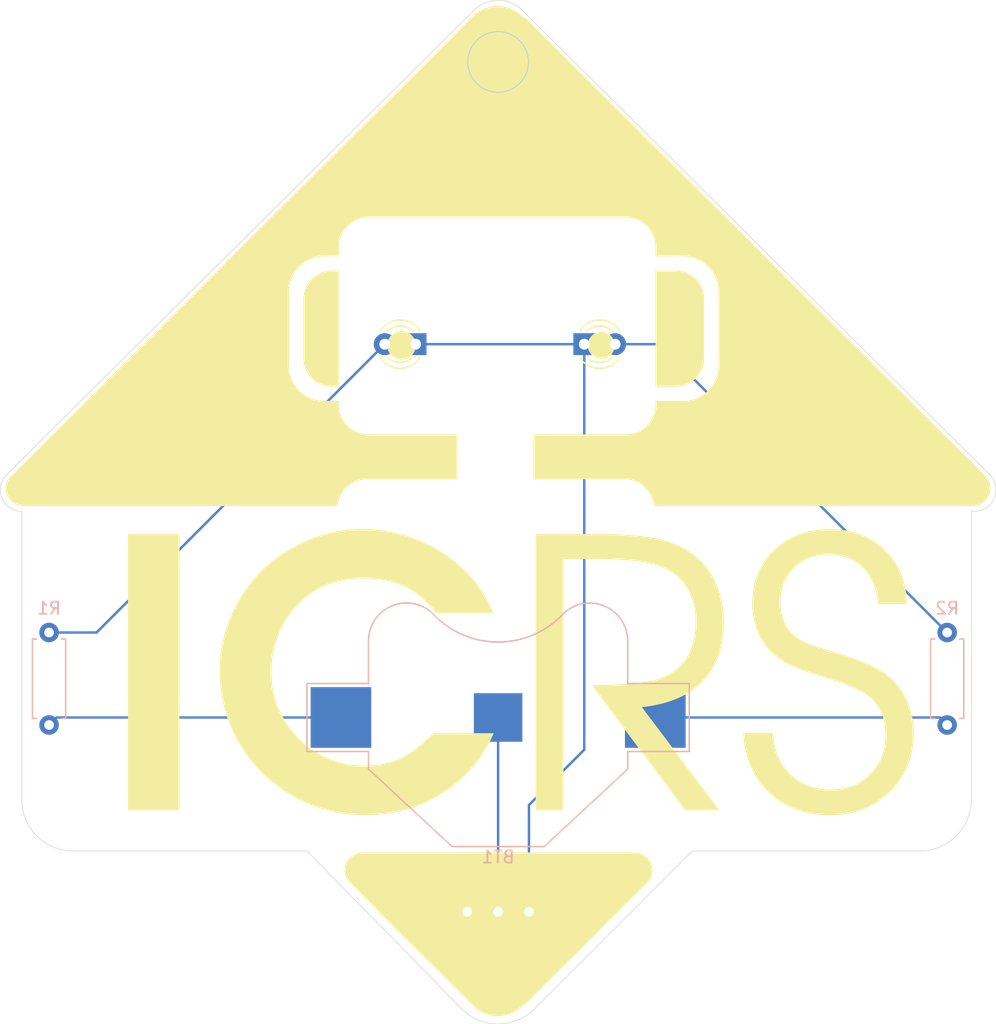
<source format=kicad_pcb>
(kicad_pcb (version 20241229) (generator "pcbnew") (generator_version "9.0")
  (layers (0 "F.Cu" signal) (2 "B.Cu" signal) (13 "F.Paste" user) (15 "B.Paste" user) (5 "F.SilkS" user "F.Silkscreen") (7 "B.SilkS" user "B.Silkscreen") (1 "F.Mask" user) (3 "B.Mask" user) (25 "Edge.Cuts" user))
  (net 0 "")
  (net 1 "/GND")
  (net 2 "/+3.3")
  (net 3 "Net-(D1-K)")
  (net 4 "Net-(D1-A)")
  (net 5 "Net-(D2-A)")
  (footprint "LED_THT:LED_D3.0mm" (layer "F.Cu") (at -6.8 -13.75 180)
    (property "Reference" "D1" (hide yes))
    (property "Value" "LED" (hide yes))
  )
  (footprint "Button_Switch_THT:SW_Slide-03_Wuerth-WS-SLTV_10x2.5x6.4_P2.54mm" (layer "F.Cu") (at 0 33 180)
    (property "Reference" "SW1")
    (property "Value" "SW_SPDT")
  )
  (footprint "LED_THT:LED_D3.0mm" (layer "F.Cu") (at 7.1 -13.75)
    (property "Reference" "D2" (hide yes))
    (property "Value" "LED" (hide yes))
  )
  (footprint "Battery:BatteryHolder_Multicomp_BC-2001_1x2032" (layer "B.Cu") (at 0 17 180)
    (property "Reference" "BT1")
    (property "Value" "Battery_Cell")
  )
  (footprint "Resistor_THT:R_Axial_DIN0207_L6.3mm_D2.5mm_P7.62mm_Horizontal" (layer "B.Cu") (at 37 10 -90)
    (property "Reference" "R2")
    (property "Value" "R")
  )
  (footprint "Resistor_THT:R_Axial_DIN0207_L6.3mm_D2.5mm_P7.62mm_Horizontal" (layer "B.Cu") (at -37 10 -90)
    (property "Reference" "R1")
    (property "Value" "R")
  )
  (gr_poly (pts (xy -13.123604 -10.2438) (xy -13.677245 -10.2438) (xy -13.799104 -10.246867) (xy -13.919362 -10.255969) (xy -14.037871 -10.270959) (xy -14.154482 -10.291687) (xy -14.269046 -10.318007) (xy -14.381415 -10.34977) (xy -14.491439 -10.386827) (xy -14.598971 -10.429031) (xy -14.703861 -10.476234) (xy -14.80596 -10.528288) (xy -14.90512 -10.585044) (xy -15.001192 -10.646355) (xy -15.094028 -10.712072) (xy -15.183478 -10.782048) (xy -15.269394 -10.856134) (xy -15.351627 -10.934182) (xy -15.430029 -11.016044) (xy -15.504451 -11.101572) (xy -15.574743 -11.190618) (xy -15.640758 -11.283034) (xy -15.702346 -11.378672) (xy -15.759359 -11.477383) (xy -15.811648 -11.57902) (xy -15.859065 -11.683435) (xy -15.90146 -11.790479) (xy -15.938685 -11.900005) (xy -15.970591 -12.011864) (xy -15.997029 -12.125908) (xy -16.017851 -12.241989) (xy -16.032909 -12.35996) (xy -16.042052 -12.479671) (xy -16.045133 -12.600975) (xy -16.045133 -17.462824) (xy -16.042052 -17.584104) (xy -16.03291 -17.703793) (xy -16.017855 -17.821742) (xy -15.997035 -17.937804) (xy -15.970599 -18.051829) (xy -15.938696 -18.163671) (xy -15.901475 -18.273181) (xy -15.859083 -18.38021) (xy -15.811671 -18.484612) (xy -15.759386 -18.586236) (xy -15.702377 -18.684937) (xy -15.640792 -18.780564) (xy -15.574782 -18.872971) (xy -15.504493 -18.962008) (xy -15.430075 -19.047529) (xy -15.351677 -19.129384) (xy -15.269446 -19.207426) (xy -15.183532 -19.281507) (xy -15.094084 -19.351478) (xy -15.00125 -19.417191) (xy -14.905178 -19.478499) (xy -14.806018 -19.535252) (xy -14.703918 -19.587304) (xy -14.599026 -19.634505) (xy -14.491492 -19.676708) (xy -14.381464 -19.713764) (xy -14.26909 -19.745526) (xy -14.15452 -19.771845) (xy -14.037902 -19.792573) (xy -13.919384 -19.807563) (xy -13.799116 -19.816665) (xy -13.677245 -19.819732) (xy -13.123604 -19.819732)) (fill yes) (layer "F.SilkS"))
  (gr_poly (pts (xy 27.63191 1.491418) (xy 27.970923 1.511334) (xy 28.301789 1.544525) (xy 28.624509 1.590994) (xy 28.939084 1.650739) (xy 29.245514 1.723761) (xy 29.5438 1.81006) (xy 29.833944 1.909635) (xy 30.115945 2.022487) (xy 30.389805 2.148616) (xy 30.655525 2.288021) (xy 30.913104 2.440703) (xy 31.162544 2.606662) (xy 31.403846 2.785898) (xy 31.637011 2.97841) (xy 31.862038 3.184199) (xy 32.076327 3.400794) (xy 32.277271 3.625723) (xy 32.464872 3.858988) (xy 32.639131 4.100589) (xy 32.800049 4.350527) (xy 32.947628 4.608802) (xy 33.081866 4.875415) (xy 33.202767 5.150367) (xy 33.310331 5.433657) (xy 33.404559 5.725288) (xy 33.485451 6.025258) (xy 33.553009 6.33357) (xy 33.607234 6.650223) (xy 33.648126 6.975218) (xy 33.675687 7.308556) (xy 33.689917 7.650237) (xy 31.303109 7.650237) (xy 31.28409 7.421912) (xy 31.257344 7.199347) (xy 31.222872 6.982541) (xy 31.180676 6.771493) (xy 31.130754 6.566202) (xy 31.073107 6.366667) (xy 31.007737 6.172888) (xy 30.934642 5.984862) (xy 30.853824 5.80259) (xy 30.765283 5.62607) (xy 30.669019 5.455301) (xy 30.565033 5.290283) (xy 30.453325 5.131013) (xy 30.333895 4.977492) (xy 30.206744 4.829718) (xy 30.071873 4.68769) (xy 29.930612 4.552978) (xy 29.784449 4.426952) (xy 29.633383 4.309611) (xy 29.477418 4.200958) (xy 29.316553 4.100993) (xy 29.150791 4.009716) (xy 28.980134 3.927129) (xy 28.804582 3.853231) (xy 28.624137 3.788025) (xy 28.438802 3.73151) (xy 28.248577 3.683688) (xy 28.053464 3.644559) (xy 27.853465 3.614124) (xy 27.64858 3.592384) (xy 27.438812 3.579339) (xy 27.224163 3.574991) (xy 27.01122 3.57937) (xy 26.803003 3.592508) (xy 26.59951 3.614402) (xy 26.400741 3.645052) (xy 26.206696 3.684457) (xy 26.017375 3.732614) (xy 25.832776 3.789524) (xy 25.6529 3.855185) (xy 25.477747 3.929596) (xy 25.307315 4.012755) (xy 25.141605 4.104662) (xy 24.980615 4.205315) (xy 24.824346 4.314714) (xy 24.672797 4.432856) (xy 24.525968 4.559741) (xy 24.383858 4.695368) (xy 24.248501 4.837793) (xy 24.121878 4.984974) (xy 24.003988 5.136911) (xy 23.894833 5.293602) (xy 23.79441 5.455049) (xy 23.702721 5.62125) (xy 23.619765 5.792205) (xy 23.545542 5.967913) (xy 23.480052 6.148375) (xy 23.423295 6.333589) (xy 23.375269 6.523556) (xy 23.335976 6.718274) (xy 23.305416 6.917744) (xy 23.283587 7.121966) (xy 23.270489 7.330938) (xy 23.266124 7.54466) (xy 23.26724 7.642166) (xy 23.270591 7.739071) (xy 23.276177 7.835378) (xy 23.284 7.931088) (xy 23.294062 8.026202) (xy 23.306364 8.120723) (xy 23.320908 8.214651) (xy 23.337695 8.307988) (xy 23.356727 8.400737) (xy 23.378005 8.492897) (xy 23.401532 8.584472) (xy 23.427308 8.675462) (xy 23.455334 8.765869) (xy 23.485614 8.855695) (xy 23.518147 8.944941) (xy 23.552936 9.033608) (xy 23.589608 9.120961) (xy 23.627938 9.206311) (xy 23.667926 9.28966) (xy 23.709572 9.371008) (xy 23.752876 9.450357) (xy 23.797836 9.527706) (xy 23.844452 9.603057) (xy 23.892725 9.676411) (xy 23.942654 9.747768) (xy 23.994238 9.817129) (xy 24.047477 9.884495) (xy 24.10237 9.949867) (xy 24.158918 10.013245) (xy 24.217119 10.07463) (xy 24.276975 10.134024) (xy 24.338483 10.191426) (xy 24.458749 10.287517) (xy 24.585391 10.380326) (xy 24.718411 10.469846) (xy 24.857811 10.556069) (xy 25.003591 10.638986) (xy 25.155754 10.718591) (xy 25.314302 10.794874) (xy 25.479235 10.867829) (xy 25.661264 10.942088) (xy 25.871398 11.021989) (xy 26.109634 11.107529) (xy 26.375975 11.198708) (xy 26.992967 11.397975) (xy 27.722372 11.619777) (xy 28.140027 11.745774) (xy 28.531968 11.867982) (xy 28.898194 11.986407) (xy 29.238699 12.101056) (xy 29.553482 12.211934) (xy 29.842539 12.319047) (xy 30.105868 12.422403) (xy 30.343465 12.522006) (xy 30.565586 12.621965) (xy 30.782782 12.726094) (xy 30.995055 12.83441) (xy 31.202403 12.946926) (xy 31.404828 13.06366) (xy 31.60233 13.184625) (xy 31.794908 13.309839) (xy 31.982564 13.439317) (xy 32.114729 13.54266) (xy 32.243186 13.649642) (xy 32.367936 13.760263) (xy 32.488979 13.874524) (xy 32.606315 13.992426) (xy 32.719944 14.11397) (xy 32.829868 14.239156) (xy 32.936086 14.367987) (xy 33.038599 14.500462) (xy 33.137407 14.636583) (xy 33.232511 14.77635) (xy 33.32391 14.919766) (xy 33.411606 15.06683) (xy 33.495599 15.217543) (xy 33.575889 15.371908) (xy 33.652476 15.529923) (xy 33.724756 15.690537) (xy 33.792369 15.852793) (xy 33.855317 16.016692) (xy 33.9136 16.182234) (xy 33.967217 16.349419) (xy 34.016171 16.518246) (xy 34.06046 16.688715) (xy 34.100085 16.860826) (xy 34.135047 17.034578) (xy 34.165346 17.209973) (xy 34.190983 17.387008) (xy 34.211957 17.565685) (xy 34.22827 17.746003) (xy 34.239922 17.927961) (xy 34.246912 18.11156) (xy 34.249243 18.296799) (xy 34.241567 18.655818) (xy 34.218543 19.007189) (xy 34.180169 19.350913) (xy 34.126449 19.686993) (xy 34.057384 20.015429) (xy 33.972974 20.336222) (xy 33.873221 20.649374) (xy 33.758127 20.954887) (xy 33.627693 21.252761) (xy 33.48192 21.542999) (xy 33.320809 21.825601) (xy 33.144362 22.100568) (xy 32.952581 22.367903) (xy 32.745466 22.627606) (xy 32.523019 22.879679) (xy 32.285241 23.124122) (xy 32.035797 23.35723) (xy 31.77845 23.575295) (xy 31.513198 23.778317) (xy 31.24004 23.966297) (xy 30.958977 24.139234) (xy 30.670008 24.297131) (xy 30.373132 24.439988) (xy 30.068348 24.567804) (xy 29.755656 24.680581) (xy 29.435056 24.778319) (xy 29.106546 24.861019) (xy 28.770126 24.928682) (xy 28.425796 24.981307) (xy 28.073555 25.018896) (xy 27.713402 25.041449) (xy 27.345337 25.048966) (xy 26.964567 25.041711) (xy 26.592641 25.019945) (xy 26.22956 24.983668) (xy 25.875325 24.932881) (xy 25.529936 24.867583) (xy 25.193395 24.787774) (xy 24.865702 24.693455) (xy 24.546859 24.584625) (xy 24.236867 24.461284) (xy 23.935726 24.323432) (xy 23.643437 24.171069) (xy 23.360002 24.004196) (xy 23.085421 23.822812) (xy 22.819696 23.626917) (xy 22.562826 23.416511) (xy 22.314814 23.191595) (xy 22.078195 22.954764) (xy 21.855501 22.708468) (xy 21.646732 22.452707) (xy 21.451887 22.187481) (xy 21.270967 21.912792) (xy 21.103971 21.62864) (xy 20.9509 21.335025) (xy 20.811754 21.031948) (xy 20.686532 20.719409) (xy 20.575235 20.39741) (xy 20.477863 20.06595) (xy 20.394415 19.725031) (xy 20.324892 19.374652) (xy 20.269293 19.014815) (xy 20.227619 18.645521) (xy 20.19987 18.266768) (xy 22.647265 18.266768) (xy 22.676112 18.531485) (xy 22.709958 18.784203) (xy 22.748793 19.024928) (xy 22.792606 19.253666) (xy 22.841387 19.470424) (xy 22.895123 19.675207) (xy 22.953804 19.868022) (xy 22.984996 19.959944) (xy 23.01742 20.048876) (xy 23.051389 20.135861) (xy 23.087316 20.222092) (xy 23.125202 20.307567) (xy 23.165043 20.392286) (xy 23.206839 20.476248) (xy 23.25059 20.559452) (xy 23.296293 20.641896) (xy 23.343947 20.72358) (xy 23.393552 20.804503) (xy 23.445106 20.884663) (xy 23.498607 20.964061) (xy 23.554056 21.042694) (xy 23.61145 21.120563) (xy 23.670788 21.197665) (xy 23.73207 21.274001) (xy 23.795294 21.349568) (xy 23.874038 21.442307) (xy 23.955439 21.532458) (xy 24.039498 21.620019) (xy 24.126214 21.70499) (xy 24.215587 21.787372) (xy 24.307617 21.867164) (xy 24.402304 21.944366) (xy 24.499648 22.018977) (xy 24.59965 22.090998) (xy 24.702308 22.160429) (xy 24.807624 22.227268) (xy 24.915597 22.291517) (xy 25.026226 22.353174) (xy 25.139513 22.41224) (xy 25.255457 22.468715) (xy 25.374058 22.522597) (xy 25.49436 22.573588) (xy 25.615552 22.621289) (xy 25.737634 22.6657) (xy 25.860607 22.706821) (xy 25.984472 22.744653) (xy 26.109229 22.779194) (xy 26.234878 22.810446) (xy 26.361419 22.838409) (xy 26.488853 22.863081) (xy 26.617181 22.884464) (xy 26.746403 22.902557) (xy 26.876518 22.917361) (xy 27.007528 22.928874) (xy 27.139433 22.937098) (xy 27.272233 22.942033) (xy 27.405928 22.943678) (xy 27.648689 22.938686) (xy 27.886085 22.923709) (xy 28.118117 22.898748) (xy 28.344783 22.863801) (xy 28.566084 22.818867) (xy 28.782019 22.763947) (xy 28.992587 22.69904) (xy 29.197789 22.624144) (xy 29.397623 22.53926) (xy 29.59209 22.444387) (xy 29.781189 22.339524) (xy 29.96492 22.224671) (xy 30.143282 22.099827) (xy 30.316275 21.964992) (xy 30.483898 21.820164) (xy 30.646151 21.665344) (xy 30.800689 21.5029) (xy 30.945264 21.335051) (xy 31.079874 21.161796) (xy 31.204519 20.983134) (xy 31.319198 20.799064) (xy 31.42391 20.609587) (xy 31.518654 20.4147) (xy 31.603429 20.214404) (xy 31.678234 20.008697) (xy 31.743068 19.797578) (xy 31.79793 19.581048) (xy 31.84282 19.359104) (xy 31.877735 19.131747) (xy 31.902676 18.898976) (xy 31.917642 18.660789) (xy 31.92263 18.417187) (xy 31.916612 18.15069) (xy 31.898557 17.892537) (xy 31.868465 17.642726) (xy 31.826337 17.401256) (xy 31.772171 17.168128) (xy 31.705967 16.943341) (xy 31.627726 16.726894) (xy 31.537447 16.518786) (xy 31.43513 16.319017) (xy 31.379457 16.222259) (xy 31.320775 16.127587) (xy 31.259082 16.034998) (xy 31.194381 15.944494) (xy 31.126669 15.856074) (xy 31.055948 15.769739) (xy 30.905476 15.603321) (xy 30.742966 15.445238) (xy 30.568416 15.295492) (xy 30.381826 15.15408) (xy 30.23863 15.060234) (xy 30.084817 14.966615) (xy 29.74534 14.780062) (xy 29.363393 14.59443) (xy 28.938975 14.409725) (xy 28.472086 14.225957) (xy 27.962722 14.043133) (xy 27.410883 13.861261) (xy 26.816567 13.680348) (xy 26.33684 13.529848) (xy 25.894614 13.386625) (xy 25.489895 13.250688) (xy 25.122691 13.122047) (xy 24.793011 13.000711) (xy 24.500862 12.886689) (xy 24.246251 12.779991) (xy 24.029187 12.680626) (xy 23.930509 12.631652) (xy 23.832714 12.580625) (xy 23.735803 12.527544) (xy 23.639775 12.472409) (xy 23.544629 12.415218) (xy 23.450367 12.355972) (xy 23.356987 12.29467) (xy 23.26449 12.231312) (xy 23.172875 12.165896) (xy 23.082141 12.098422) (xy 22.99229 12.028889) (xy 22.90332 11.957298) (xy 22.815231 11.883648) (xy 22.728024 11.807937) (xy 22.641697 11.730166) (xy 22.556251 11.650333) (xy 22.461316 11.560563) (xy 22.369094 11.467909) (xy 22.279585 11.372374) (xy 22.192791 11.273957) (xy 22.108712 11.17266) (xy 22.027347 11.068483) (xy 21.948698 10.961427) (xy 21.872764 10.851493) (xy 21.799547 10.738681) (xy 21.729046 10.622993) (xy 21.661262 10.504429) (xy 21.596196 10.382991) (xy 21.533847 10.258678) (xy 21.474216 10.131492) (xy 21.417303 10.001433) (xy 21.363109 9.868502) (xy 21.311859 9.733691) (xy 21.263922 9.597993) (xy 21.219298 9.461409) (xy 21.177985 9.323939) (xy 21.139982 9.185583) (xy 21.10529 9.046342) (xy 21.073906 8.906214) (xy 21.045829 8.765202) (xy 21.021059 8.623304) (xy 20.999595 8.480522) (xy 20.981436 8.336855) (xy 20.966581 8.192303) (xy 20.955029 8.046868) (xy 20.946778 7.900548) (xy 20.941828 7.753344) (xy 20.940179 7.605257) (xy 20.947172 7.274396) (xy 20.968151 6.950996) (xy 21.003116 6.635056) (xy 21.052066 6.326577) (xy 21.115 6.025558) (xy 21.191918 5.732) (xy 21.28282 5.445904) (xy 21.387703 5.167268) (xy 21.506569 4.896095) (xy 21.639417 4.632383) (xy 21.786245 4.376133) (xy 21.947053 4.127345) (xy 22.121841 3.88602) (xy 22.310608 3.652157) (xy 22.513354 3.425757) (xy 22.730078 3.20682) (xy 22.957648 2.998314) (xy 23.19283 2.803255) (xy 23.435624 2.621645) (xy 23.686031 2.453483) (xy 23.94405 2.298772) (xy 24.209682 2.15751) (xy 24.482927 2.029699) (xy 24.763785 1.91534) (xy 25.052257 1.814432) (xy 25.348342 1.726977) (xy 25.652041 1.652975) (xy 25.963354 1.592426) (xy 26.282281 1.545332) (xy 26.608823 1.511692) (xy 26.942979 1.491508) (xy 27.28475 1.48478)) (fill yes) (layer "F.SilkS"))
  (gr_circle (center -0.029691 -35.7) (end 3.2 -38) (stroke (width 0.1)) (fill no) (layer "F.SilkS"))
  (gr_poly (pts (xy 8.555679 -14.762501) (xy 8.612196 -14.758224) (xy 8.667892 -14.751181) (xy 8.722697 -14.741441) (xy 8.776541 -14.729074) (xy 8.829353 -14.714149) (xy 8.881065 -14.696736) (xy 8.931606 -14.676904) (xy 8.980905 -14.654723) (xy 9.028894 -14.630262) (xy 9.075501 -14.603591) (xy 9.120658 -14.574779) (xy 9.164294 -14.543896) (xy 9.206339 -14.511011) (xy 9.246724 -14.476193) (xy 9.285377 -14.439513) (xy 9.32223 -14.40104) (xy 9.357213 -14.360842) (xy 9.390255 -14.318991) (xy 9.421286 -14.275554) (xy 9.450237 -14.230602) (xy 9.477037 -14.184205) (xy 9.501617 -14.136431) (xy 9.523907 -14.08735) (xy 9.543836 -14.037032) (xy 9.561335 -13.985547) (xy 9.576334 -13.932962) (xy 9.588763 -13.879349) (xy 9.598552 -13.824777) (xy 9.60563 -13.769315) (xy 9.609928 -13.713032) (xy 9.611377 -13.655999) (xy 9.609928 -13.599001) (xy 9.60563 -13.542749) (xy 9.598552 -13.487313) (xy 9.588763 -13.432763) (xy 9.576334 -13.379168) (xy 9.561335 -13.326599) (xy 9.543836 -13.275125) (xy 9.523907 -13.224815) (xy 9.501617 -13.17574) (xy 9.477037 -13.127969) (xy 9.450237 -13.081572) (xy 9.421286 -13.036619) (xy 9.390255 -12.993178) (xy 9.357213 -12.951321) (xy 9.32223 -12.911116) (xy 9.285377 -12.872634) (xy 9.246724 -12.835944) (xy 9.206339 -12.801116) (xy 9.164294 -12.768219) (xy 9.120658 -12.737324) (xy 9.075501 -12.708499) (xy 9.028894 -12.681816) (xy 8.980905 -12.657343) (xy 8.931606 -12.635149) (xy 8.881065 -12.615306) (xy 8.829353 -12.597883) (xy 8.776541 -12.582948) (xy 8.722697 -12.570573) (xy 8.667892 -12.560826) (xy 8.612196 -12.553778) (xy 8.555679 -12.549498) (xy 8.49841 -12.548056) (xy 8.441117 -12.549498) (xy 8.384576 -12.553777) (xy 8.328858 -12.560823) (xy 8.274033 -12.570567) (xy 8.220171 -12.58294) (xy 8.167341 -12.597871) (xy 8.115613 -12.615291) (xy 8.065058 -12.635131) (xy 8.015745 -12.65732) (xy 7.967744 -12.681789) (xy 7.921125 -12.708468) (xy 7.875958 -12.737289) (xy 7.832313 -12.76818) (xy 7.790259 -12.801073) (xy 7.749868 -12.835897) (xy 7.711207 -12.872584) (xy 7.674349 -12.911063) (xy 7.639361 -12.951266) (xy 7.606315 -12.993121) (xy 7.57528 -13.03656) (xy 7.546326 -13.081513) (xy 7.519523 -13.12791) (xy 7.494941 -13.175682) (xy 7.47265 -13.224759) (xy 7.452719 -13.275071) (xy 7.435219 -13.32655) (xy 7.420219 -13.379124) (xy 7.40779 -13.432724) (xy 7.398002 -13.487282) (xy 7.390923 -13.542727) (xy 7.386625 -13.598989) (xy 7.385176 -13.655999) (xy 7.386625 -13.713032) (xy 7.390923 -13.769315) (xy 7.398002 -13.824777) (xy 7.40779 -13.879349) (xy 7.420219 -13.932962) (xy 7.435219 -13.985547) (xy 7.452719 -14.037032) (xy 7.47265 -14.08735) (xy 7.494941 -14.136431) (xy 7.519523 -14.184205) (xy 7.546326 -14.230602) (xy 7.57528 -14.275554) (xy 7.606315 -14.318991) (xy 7.639361 -14.360842) (xy 7.674349 -14.40104) (xy 7.711207 -14.439513) (xy 7.749868 -14.476193) (xy 7.790259 -14.511011) (xy 7.832313 -14.543896) (xy 7.875958 -14.574779) (xy 7.921125 -14.603591) (xy 7.967744 -14.630262) (xy 8.015745 -14.654723) (xy 8.065058 -14.676904) (xy 8.115613 -14.696736) (xy 8.167341 -14.714149) (xy 8.220171 -14.729074) (xy 8.274033 -14.741441) (xy 8.328858 -14.751181) (xy 8.384576 -14.758224) (xy 8.441117 -14.762501) (xy 8.49841 -14.763942)) (fill yes) (layer "F.SilkS"))
  (gr_poly (pts (xy 14.731882 -19.816932) (xy 14.852142 -19.80783) (xy 14.970654 -19.79284) (xy 15.087269 -19.772112) (xy 15.201839 -19.745792) (xy 15.314215 -19.714029) (xy 15.424247 -19.676972) (xy 15.531787 -19.634767) (xy 15.636686 -19.587564) (xy 15.738796 -19.535511) (xy 15.837967 -19.478754) (xy 15.93405 -19.417444) (xy 16.026897 -19.351727) (xy 16.11636 -19.281751) (xy 16.202288 -19.207665) (xy 16.284534 -19.129617) (xy 16.362948 -19.047755) (xy 16.437382 -18.962227) (xy 16.507686 -18.873181) (xy 16.573713 -18.780765) (xy 16.635313 -18.685127) (xy 16.692337 -18.586416) (xy 16.744636 -18.484779) (xy 16.792062 -18.380364) (xy 16.834466 -18.27332) (xy 16.871699 -18.163794) (xy 16.903613 -18.051935) (xy 16.930057 -17.937891) (xy 16.950884 -17.82181) (xy 16.965945 -17.703839) (xy 16.975091 -17.584128) (xy 16.978172 -17.462824) (xy 16.978172 -12.600975) (xy 16.975091 -12.479671) (xy 16.965945 -12.35996) (xy 16.950884 -12.241989) (xy 16.930057 -12.125908) (xy 16.903613 -12.011865) (xy 16.871699 -11.900007) (xy 16.834466 -11.790482) (xy 16.792062 -11.683439) (xy 16.744636 -11.579026) (xy 16.692337 -11.477391) (xy 16.635313 -11.378683) (xy 16.573713 -11.283048) (xy 16.507686 -11.190636) (xy 16.437382 -11.101594) (xy 16.362948 -11.016071) (xy 16.284534 -10.934215) (xy 16.202288 -10.856173) (xy 16.11636 -10.782095) (xy 16.026897 -10.712128) (xy 15.93405 -10.64642) (xy 15.837967 -10.585119) (xy 15.738796 -10.528374) (xy 15.636686 -10.476333) (xy 15.531787 -10.429143) (xy 15.424247 -10.386953) (xy 15.314215 -10.349911) (xy 15.201839 -10.318166) (xy 15.087269 -10.291865) (xy 14.970654 -10.271156) (xy 14.852142 -10.256187) (xy 14.731882 -10.247108) (xy 14.610022 -10.244065) (xy 12.970003 -10.244065) (xy 12.970003 -19.819999) (xy 14.610022 -19.819999)) (fill yes) (layer "F.SilkS"))
  (gr_poly (pts (xy -0.029691 -41.602079) (xy 0.008402 -41.601508) (xy 0.046557 -41.600577) (xy 0.077137 -41.599574) (xy 0.107743 -41.598324) (xy 0.138348 -41.596758) (xy 0.168928 -41.594809) (xy 0.205296 -41.591884) (xy 0.241591 -41.58853) (xy 0.277835 -41.584772) (xy 0.314053 -41.58063) (xy 0.34637 -41.576488) (xy 0.378513 -41.572007) (xy 0.410607 -41.567212) (xy 0.442776 -41.562123) (xy 0.477218 -41.556348) (xy 0.511663 -41.550167) (xy 0.546059 -41.543535) (xy 0.580357 -41.536408) (xy 0.613804 -41.528905) (xy 0.647115 -41.520907) (xy 0.68035 -41.512548) (xy 0.713571 -41.503964) (xy 0.746168 -41.495282) (xy 0.778676 -41.48642) (xy 0.81111 -41.477198) (xy 0.843481 -41.467435) (xy 0.877667 -41.456248) (xy 0.911779 -41.444452) (xy 0.945841 -41.432251) (xy 0.97988 -41.419848) (xy 1.040731 -41.397376) (xy 1.071034 -41.385713) (xy 1.086132 -41.379676) (xy 1.101188 -41.373464) (xy 1.118763 -41.366024) (xy 1.13627 -41.358334) (xy 1.171104 -41.342371) (xy 1.205739 -41.325912) (xy 1.240224 -41.309296) (xy 1.296186 -41.282529) (xy 1.324092 -41.268842) (xy 1.337961 -41.261775) (xy 1.351751 -41.254502) (xy 1.369805 -41.244629) (xy 1.38776 -41.234502) (xy 1.423435 -41.213646) (xy 1.458887 -41.192249) (xy 1.494225 -41.170626) (xy 1.518907 -41.155692) (xy 1.543638 -41.140915) (xy 1.56827 -41.125913) (xy 1.580502 -41.118208) (xy 1.592654 -41.110303) (xy 1.612055 -41.097163) (xy 1.631284 -41.083728) (xy 1.650368 -41.070039) (xy 1.669332 -41.056139) (xy 1.707007 -41.027874) (xy 1.744522 -40.999272) (xy 1.754278 -40.991953) (xy 1.764081 -40.984743) (xy 1.783714 -40.970462) (xy 1.793488 -40.963295) (xy 1.803197 -40.956046) (xy 1.812813 -40.948667) (xy 1.822308 -40.941111) (xy 1.850095 -40.918138) (xy 1.877683 -40.894813) (xy 1.90506 -40.871122) (xy 1.932212 -40.847051) (xy 1.959129 -40.822586) (xy 1.985797 -40.797712) (xy 2.012205 -40.772416) (xy 2.038339 -40.746683) (xy 2.053659 -40.73198) (xy 2.06881 -40.718498) (xy 2.083796 -40.706212) (xy 2.09862 -40.695099) (xy 2.113285 -40.685133) (xy 2.127792 -40.67629) (xy 2.142145 -40.668546) (xy 2.156347 -40.661877) (xy 2.170399 -40.656259) (xy 2.184305 -40.651667) (xy 2.198068 -40.648077) (xy 2.21169 -40.645464) (xy 2.225174 -40.643805) (xy 2.238522 -40.643075) (xy 2.251737 -40.643249) (xy 2.264823 -40.644304) (xy 40.110554 -2.971597) (xy 40.112671 -2.968871) (xy 40.114674 -2.966195) (xy 40.118431 -2.96095) (xy 40.125639 -2.950612) (xy 40.129481 -2.945362) (xy 40.131546 -2.942682) (xy 40.13374 -2.939952) (xy 40.136087 -2.937162) (xy 40.138613 -2.934303) (xy 40.14134 -2.931364) (xy 40.144295 -2.928336) (xy 40.196511 -2.873677) (xy 40.245358 -2.817066) (xy 40.290836 -2.758633) (xy 40.332945 -2.698508) (xy 40.371685 -2.636823) (xy 40.407055 -2.573706) (xy 40.439055 -2.509288) (xy 40.467685 -2.443699) (xy 40.492945 -2.37707) (xy 40.514834 -2.30953) (xy 40.533353 -2.24121) (xy 40.548502 -2.17224) (xy 40.560279 -2.10275) (xy 40.568686 -2.03287) (xy 40.573721 -1.96273) (xy 40.575385 -1.892461) (xy 40.573678 -1.822193) (xy 40.568599 -1.752056) (xy 40.560148 -1.68218) (xy 40.548325 -1.612695) (xy 40.533129 -1.543731) (xy 40.514562 -1.47542) (xy 40.492622 -1.40789) (xy 40.467309 -1.341272) (xy 40.438623 -1.275696) (xy 40.406565 -1.211293) (xy 40.371133 -1.148192) (xy 40.332328 -1.086524) (xy 40.290149 -1.026418) (xy 40.244596 -0.968006) (xy 40.19567 -0.911417) (xy 40.14337 -0.856781) (xy 40.092757 -0.808676) (xy 40.040456 -0.763429) (xy 39.986571 -0.721041) (xy 39.931204 -0.681511) (xy 39.87446 -0.644841) (xy 39.816442 -0.611029) (xy 39.757254 -0.580076) (xy 39.697 -0.551982) (xy 39.635783 -0.526746) (xy 39.573707 -0.504369) (xy 39.510876 -0.484851) (xy 39.447393 -0.468192) (xy 39.383362 -0.454391) (xy 39.318886 -0.443449) (xy 39.254071 -0.435365) (xy 39.189018 -0.430141) (xy 39.185839 -0.42992) (xy 39.182892 -0.42961) (xy 39.180159 -0.429216) (xy 39.177624 -0.428744) (xy 39.175269 -0.428201) (xy 39.173078 -0.427593) (xy 39.171035 -0.426926) (xy 39.169121 -0.426206) (xy 39.16732 -0.42544) (xy 39.165616 -0.424633) (xy 39.163991 -0.423792) (xy 39.162429 -0.422924) (xy 39.159425 -0.421127) (xy 39.156469 -0.419293) (xy 12.837175 -0.419293) (xy 12.82306 -0.534357) (xy 12.803668 -0.647716) (xy 12.779126 -0.759241) (xy 12.749561 -0.868805) (xy 12.7151 -0.97628) (xy 12.67587 -1.081539) (xy 12.631997 -1.184453) (xy 12.583609 -1.284895) (xy 12.530832 -1.382738) (xy 12.473793 -1.477853) (xy 12.412619 -1.570113) (xy 12.347437 -1.659391) (xy 12.278374 -1.745558) (xy 12.205556 -1.828487) (xy 12.129111 -1.908051) (xy 12.049165 -1.984121) (xy 11.965846 -2.05657) (xy 11.879279 -2.12527) (xy 11.789592 -2.190094) (xy 11.696912 -2.250913) (xy 11.601366 -2.307601) (xy 11.50308 -2.360029) (xy 11.402181 -2.40807) (xy 11.298796 -2.451596) (xy 11.193053 -2.49048) (xy 11.085077 -2.524593) (xy 10.974996 -2.553809) (xy 10.862937 -2.577999) (xy 10.749026 -2.597036) (xy 10.63339 -2.610791) (xy 10.516157 -2.619138) (xy 10.397452 -2.621949) (xy 2.914246 -2.621949) (xy 2.914246 -6.319635) (xy 10.514139 -6.319635) (xy 10.640473 -6.322816) (xy 10.765148 -6.332254) (xy 10.888011 -6.347798) (xy 11.008908 -6.369292) (xy 11.127684 -6.396584) (xy 11.244184 -6.429519) (xy 11.358256 -6.467944) (xy 11.469743 -6.511706) (xy 11.578493 -6.56065) (xy 11.68435 -6.614623) (xy 11.78716 -6.673472) (xy 11.88677 -6.737042) (xy 11.983025 -6.80518) (xy 12.07577 -6.877732) (xy 12.164852 -6.954545) (xy 12.250115 -7.035465) (xy 12.331407 -7.120338) (xy 12.408572 -7.20901) (xy 12.481456 -7.301329) (xy 12.549905 -7.397139) (xy 12.613765 -7.496289) (xy 12.672881 -7.598623) (xy 12.727099 -7.703988) (xy 12.776265 -7.812231) (xy 12.820225 -7.923198) (xy 12.858824 -8.036735) (xy 12.891907 -8.152688) (xy 12.919322 -8.270905) (xy 12.940913 -8.39123) (xy 12.956526 -8.513511) (xy 12.966007 -8.637594) (xy 12.969202 -8.763325) (xy 12.969202 -9.075005) (xy 15.221337 -9.075005) (xy 15.372928 -9.078821) (xy 15.52253 -9.090146) (xy 15.669956 -9.108796) (xy 15.815023 -9.134586) (xy 15.957545 -9.167332) (xy 16.097337 -9.206851) (xy 16.234213 -9.252957) (xy 16.367989 -9.305466) (xy 16.49848 -9.364194) (xy 16.6255 -9.428957) (xy 16.748865 -9.49957) (xy 16.868388 -9.575849) (xy 16.983886 -9.65761) (xy 17.095173 -9.744669) (xy 17.202063 -9.836841) (xy 17.304372 -9.933942) (xy 17.401915 -10.035787) (xy 17.494506 -10.142193) (xy 17.581961 -10.252976) (xy 17.664094 -10.367949) (xy 17.74072 -10.486931) (xy 17.811654 -10.609735) (xy 17.876712 -10.736179) (xy 17.935707 -10.866077) (xy 17.988454 -10.999245) (xy 18.034769 -11.1355) (xy 18.074467 -11.274656) (xy 18.107362 -11.41653) (xy 18.133269 -11.560937) (xy 18.152004 -11.707692) (xy 18.16338 -11.856613) (xy 18.167213 -12.007513) (xy 18.167213 -18.056154) (xy 18.16338 -18.207067) (xy 18.152004 -18.355997) (xy 18.133269 -18.502761) (xy 18.107362 -18.647176) (xy 18.074467 -18.789056) (xy 18.034769 -18.928217) (xy 17.988454 -19.064475) (xy 17.935707 -19.197646) (xy 17.876712 -19.327546) (xy 17.811654 -19.453991) (xy 17.74072 -19.576795) (xy 17.664094 -19.695776) (xy 17.581961 -19.810749) (xy 17.494506 -19.921529) (xy 17.401915 -20.027932) (xy 17.304372 -20.129775) (xy 17.202063 -20.226873) (xy 17.095173 -20.319041) (xy 16.983886 -20.406096) (xy 16.868388 -20.487853) (xy 16.748865 -20.564129) (xy 16.6255 -20.634738) (xy 16.49848 -20.699496) (xy 16.367989 -20.758221) (xy 16.234213 -20.810726) (xy 16.097337 -20.856828) (xy 15.957545 -20.896343) (xy 15.815023 -20.929087) (xy 15.669956 -20.954875) (xy 15.52253 -20.973523) (xy 15.372928 -20.984847) (xy 15.221337 -20.988662) (xy 12.969202 -20.988662) (xy 12.969202 -21.746164) (xy 12.966007 -21.87193) (xy 12.956526 -21.996043) (xy 12.940913 -22.11835) (xy 12.919322 -22.238698) (xy 12.891907 -22.356933) (xy 12.858824 -22.472902) (xy 12.820225 -22.58645) (xy 12.776265 -22.697426) (xy 12.727099 -22.805674) (xy 12.672881 -22.911042) (xy 12.613765 -23.013377) (xy 12.549905 -23.112524) (xy 12.481456 -23.208331) (xy 12.408572 -23.300644) (xy 12.331407 -23.38931) (xy 12.250115 -23.474174) (xy 12.164852 -23.555084) (xy 12.07577 -23.631886) (xy 11.983025 -23.704427) (xy 11.88677 -23.772553) (xy 11.78716 -23.836111) (xy 11.68435 -23.894947) (xy 11.578493 -23.948908) (xy 11.469743 -23.99784) (xy 11.358256 -24.04159) (xy 11.244184 -24.080005) (xy 11.127684 -24.112931) (xy 11.008908 -24.140214) (xy 10.888011 -24.161702) (xy 10.765148 -24.17724) (xy 10.640473 -24.186676) (xy 10.514139 -24.189855) (xy -10.669595 -24.189855) (xy -10.795917 -24.186676) (xy -10.920582 -24.17724) (xy -11.043435 -24.161702) (xy -11.164322 -24.140214) (xy -11.283089 -24.112931) (xy -11.399582 -24.080005) (xy -11.513645 -24.04159) (xy -11.625126 -23.99784) (xy -11.733869 -23.948908) (xy -11.83972 -23.894947) (xy -11.942525 -23.836111) (xy -12.04213 -23.772553) (xy -12.13838 -23.704427) (xy -12.231121 -23.631886) (xy -12.320199 -23.555084) (xy -12.40546 -23.474174) (xy -12.486748 -23.38931) (xy -12.56391 -23.300644) (xy -12.636792 -23.208331) (xy -12.70524 -23.112524) (xy -12.769098 -23.013377) (xy -12.828212 -22.911042) (xy -12.88243 -22.805674) (xy -12.931595 -22.697426) (xy -12.975554 -22.58645) (xy -13.014152 -22.472902) (xy -13.047235 -22.356933) (xy -13.07465 -22.238698) (xy -13.09624 -22.11835) (xy -13.111853 -21.996043) (xy -13.121334 -21.87193) (xy -13.124529 -21.746164) (xy -13.124529 -20.988662) (xy -14.290153 -20.988662) (xy -14.441732 -20.984847) (xy -14.591322 -20.973523) (xy -14.738738 -20.954875) (xy -14.883795 -20.929087) (xy -15.026307 -20.896343) (xy -15.16609 -20.856828) (xy -15.302959 -20.810726) (xy -15.436728 -20.758221) (xy -15.567211 -20.699496) (xy -15.694225 -20.634738) (xy -15.817584 -20.564129) (xy -15.937102 -20.487853) (xy -16.052595 -20.406096) (xy -16.163877 -20.319041) (xy -16.270764 -20.226873) (xy -16.37307 -20.129775) (xy -16.47061 -20.027932) (xy -16.563198 -19.921529) (xy -16.650651 -19.810749) (xy -16.732782 -19.695776) (xy -16.809406 -19.576795) (xy -16.880339 -19.453991) (xy -16.945395 -19.327546) (xy -17.004389 -19.197646) (xy -17.057136 -19.064475) (xy -17.10345 -18.928217) (xy -17.143147 -18.789056) (xy -17.176042 -18.647176) (xy -17.201949 -18.502761) (xy -17.220683 -18.355997) (xy -17.23206 -18.207067) (xy -17.235893 -18.056154) (xy -17.235893 -12.007513) (xy -17.23206 -11.856613) (xy -17.220683 -11.707692) (xy -17.201949 -11.560937) (xy -17.176042 -11.41653) (xy -17.143147 -11.274656) (xy -17.10345 -11.1355) (xy -17.057136 -10.999245) (xy -17.004389 -10.866077) (xy -16.945395 -10.736179) (xy -16.880339 -10.609735) (xy -16.809406 -10.486931) (xy -16.732782 -10.367949) (xy -16.650651 -10.252976) (xy -16.563198 -10.142193) (xy -16.47061 -10.035787) (xy -16.37307 -9.933942) (xy -16.270764 -9.836841) (xy -16.163877 -9.744669) (xy -16.052595 -9.65761) (xy -15.937102 -9.575849) (xy -15.817584 -9.49957) (xy -15.694225 -9.428957) (xy -15.567211 -9.364194) (xy -15.436728 -9.305466) (xy -15.302959 -9.252957) (xy -15.16609 -9.206851) (xy -15.026307 -9.167332) (xy -14.883795 -9.134586) (xy -14.738738 -9.108796) (xy -14.591322 -9.090146) (xy -14.441732 -9.078821) (xy -14.290153 -9.075005) (xy -13.124529 -9.075005) (xy -13.124529 -8.763325) (xy -13.121334 -8.637594) (xy -13.111853 -8.513511) (xy -13.09624 -8.39123) (xy -13.07465 -8.270905) (xy -13.047235 -8.152688) (xy -13.014152 -8.036735) (xy -12.975554 -7.923198) (xy -12.931595 -7.812231) (xy -12.88243 -7.703988) (xy -12.828212 -7.598623) (xy -12.769098 -7.496289) (xy -12.70524 -7.397139) (xy -12.636792 -7.301329) (xy -12.56391 -7.20901) (xy -12.486748 -7.120338) (xy -12.40546 -7.035465) (xy -12.320199 -6.954545) (xy -12.231121 -6.877732) (xy -12.13838 -6.80518) (xy -12.04213 -6.737042) (xy -11.942525 -6.673472) (xy -11.83972 -6.614623) (xy -11.733869 -6.56065) (xy -11.625126 -6.511706) (xy -11.513645 -6.467944) (xy -11.399582 -6.429519) (xy -11.283089 -6.396584) (xy -11.164322 -6.369292) (xy -11.043435 -6.347798) (xy -10.920582 -6.332254) (xy -10.795917 -6.322816) (xy -10.669595 -6.319635) (xy -3.354529 -6.319635) (xy -3.354529 -2.621687) (xy -10.788656 -2.621687) (xy -10.90736 -2.618876) (xy -11.024591 -2.61053) (xy -11.140223 -2.596776) (xy -11.254129 -2.577742) (xy -11.366183 -2.553555) (xy -11.476257 -2.524342) (xy -11.584226 -2.490232) (xy -11.689962 -2.451353) (xy -11.793338 -2.40783) (xy -11.894229 -2.359793) (xy -11.992507 -2.307369) (xy -12.088045 -2.250686) (xy -12.180717 -2.18987) (xy -12.270396 -2.12505) (xy -12.356956 -2.056353) (xy -12.440269 -1.983908) (xy -12.520209 -1.907841) (xy -12.596649 -1.82828) (xy -12.669463 -1.745352) (xy -12.738524 -1.659186) (xy -12.803704 -1.569909) (xy -12.864878 -1.477649) (xy -12.921919 -1.382533) (xy -12.9747 -1.284688) (xy -13.023094 -1.184243) (xy -13.066975 -1.081325) (xy -13.106215 -0.976062) (xy -13.140689 -0.868581) (xy -13.170268 -0.759009) (xy -13.194828 -0.647475) (xy -13.214241 -0.534107) (xy -13.228379 -0.41903) (xy -39.067891 -0.41903) (xy -39.069099 -0.420658) (xy -39.069736 -0.421455) (xy -39.070406 -0.422231) (xy -39.071113 -0.422981) (xy -39.071866 -0.423696) (xy -39.07267 -0.424371) (xy -39.073533 -0.424999) (xy -39.074461 -0.425572) (xy -39.075461 -0.426084) (xy -39.076539 -0.426528) (xy -39.07711 -0.426723) (xy -39.077702 -0.426898) (xy -39.078318 -0.427053) (xy -39.078958 -0.427186) (xy -39.079622 -0.427298) (xy -39.080312 -0.427386) (xy -39.081028 -0.427451) (xy -39.081771 -0.427491) (xy -39.082542 -0.427506) (xy -39.083343 -0.427494) (xy -39.155407 -0.428124) (xy -39.227372 -0.432245) (xy -39.2991 -0.439857) (xy -39.370451 -0.450961) (xy -39.441287 -0.465556) (xy -39.51147 -0.483642) (xy -39.58086 -0.505219) (xy -39.64932 -0.530287) (xy -39.71671 -0.558847) (xy -39.782892 -0.590898) (xy -39.847728 -0.62644) (xy -39.911078 -0.665473) (xy -39.972804 -0.707998) (xy -40.032767 -0.754014) (xy -40.090829 -0.803521) (xy -40.146851 -0.856519) (xy -40.191779 -0.903204) (xy -40.234216 -0.951329) (xy -40.274162 -1.000812) (xy -40.311619 -1.051572) (xy -40.346589 -1.103527) (xy -40.379073 -1.156598) (xy -40.409071 -1.210701) (xy -40.436585 -1.265756) (xy -40.484167 -1.378398) (xy -40.521828 -1.493872) (xy -40.549578 -1.611529) (xy -40.567426 -1.730718) (xy -40.575384 -1.850789) (xy -40.57346 -1.971092) (xy -40.561665 -2.090976) (xy -40.540009 -2.209793) (xy -40.508501 -2.326891) (xy -40.467151 -2.44162) (xy -40.415969 -2.55333) (xy -40.354966 -2.661371) (xy -2.094978 -40.746445) (xy -2.123421 -40.746445) (xy -2.06011 -40.807596) (xy -1.995426 -40.866413) (xy -1.929422 -40.922908) (xy -1.862153 -40.97709) (xy -1.793671 -41.02897) (xy -1.724031 -41.078558) (xy -1.653285 -41.125863) (xy -1.581487 -41.170897) (xy -1.508691 -41.21367) (xy -1.43495 -41.254191) (xy -1.360318 -41.292471) (xy -1.284848 -41.32852) (xy -1.208593 -41.362348) (xy -1.131608 -41.393966) (xy -1.053945 -41.423383) (xy -0.975658 -41.450611) (xy -0.96824 -41.453106) (xy -0.960857 -41.455699) (xy -0.946141 -41.461035) (xy -0.9314 -41.466326) (xy -0.923985 -41.468863) (xy -0.916523 -41.471279) (xy -0.894218 -41.477967) (xy -0.871855 -41.484358) (xy -0.826963 -41.496423) (xy -0.781872 -41.507813) (xy -0.736607 -41.518864) (xy -0.693646 -41.529679) (xy -0.672128 -41.534951) (xy -0.661327 -41.537435) (xy -0.650486 -41.539772) (xy -0.629533 -41.544048) (xy -0.608547 -41.548064) (xy -0.566497 -41.555454) (xy -0.524374 -41.562214) (xy -0.482212 -41.568612) (xy -0.430981 -41.576513) (xy -0.405342 -41.580204) (xy -0.379554 -41.583512) (xy -0.359654 -41.585736) (xy -0.339739 -41.587737) (xy -0.299849 -41.591173) (xy -0.25986 -41.594023) (xy -0.219747 -41.59649) (xy -0.162792 -41.599675) (xy -0.134353 -41.600952) (xy -0.10584 -41.601778) (xy -0.06776 -41.602199)) (fill yes) (layer "F.SilkS"))
  (gr_poly (pts (xy 9.298123 1.894781) (xy 9.829278 1.908347) (xy 10.341904 1.930958) (xy 10.836002 1.962613) (xy 11.311572 2.003313) (xy 11.768613 2.053056) (xy 12.207127 2.111845) (xy 12.627113 2.179677) (xy 13.028571 2.256554) (xy 13.411503 2.342476) (xy 13.775907 2.437442) (xy 14.121784 2.541452) (xy 14.449135 2.654507) (xy 14.757959 2.776606) (xy 15.048256 2.90775) (xy 15.320028 3.047938) (xy 15.517156 3.167009) (xy 15.708337 3.291006) (xy 15.893571 3.419931) (xy 16.072855 3.553783) (xy 16.246188 3.692563) (xy 16.413567 3.836271) (xy 16.57499 3.984906) (xy 16.730456 4.138469) (xy 16.879963 4.296961) (xy 17.023509 4.460382) (xy 17.161091 4.628731) (xy 17.292708 4.802009) (xy 17.418359 4.980216) (xy 17.53804 5.163353) (xy 17.651751 5.351419) (xy 17.759489 5.544414) (xy 17.861057 5.741944) (xy 17.956066 5.943461) (xy 18.044516 6.148965) (xy 18.126408 6.358458) (xy 18.201744 6.571938) (xy 18.270523 6.789407) (xy 18.332748 7.010865) (xy 18.388419 7.236311) (xy 18.437536 7.465745) (xy 18.480102 7.699169) (xy 18.516116 7.936582) (xy 18.545581 8.177985) (xy 18.568496 8.423377) (xy 18.584862 8.672759) (xy 18.594682 8.92613) (xy 18.597955 9.183492) (xy 18.591201 9.560117) (xy 18.57094 9.9268) (xy 18.537171 10.283544) (xy 18.489892 10.630352) (xy 18.429102 10.967225) (xy 18.354801 11.294166) (xy 18.266986 11.611177) (xy 18.165656 11.918261) (xy 18.050812 12.21542) (xy 17.92245 12.502656) (xy 17.780572 12.779971) (xy 17.625174 13.047369) (xy 17.456256 13.304851) (xy 17.273817 13.552419) (xy 17.077856 13.790076) (xy 16.868371 14.017825) (xy 16.646018 14.234985) (xy 16.411455 14.44092) (xy 16.164682 14.635632) (xy 15.905698 14.81912) (xy 15.634503 14.991385) (xy 15.351097 15.152426) (xy 15.05548 15.302245) (xy 14.747652 15.44084) (xy 14.427612 15.568214) (xy 14.09536 15.684364) (xy 13.750896 15.789293) (xy 13.394219 15.883) (xy 13.025331 15.965484) (xy 12.644229 16.036748) (xy 12.250915 16.09679) (xy 11.845387 16.145611) (xy 18.250555 24.642043) (xy 15.410384 24.642043) (xy 7.705978 14.326067) (xy 8.594342 14.319263) (xy 9.416637 14.298848) (xy 10.172864 14.264816) (xy 10.863023 14.217159) (xy 11.487114 14.155872) (xy 12.045138 14.080948) (xy 12.299375 14.038371) (xy 12.537094 13.992382) (xy 12.758298 13.94298) (xy 12.962984 13.890166) (xy 13.363627 13.757137) (xy 13.738417 13.602375) (xy 14.087356 13.425879) (xy 14.410444 13.227647) (xy 14.562294 13.120381) (xy 14.707682 13.00768) (xy 14.846607 12.889546) (xy 14.97907 12.765977) (xy 15.10507 12.636973) (xy 15.224608 12.502535) (xy 15.337684 12.362662) (xy 15.444298 12.217355) (xy 15.54445 12.066612) (xy 15.63814 11.910434) (xy 15.725369 11.748822) (xy 15.806135 11.581773) (xy 15.948283 11.231371) (xy 16.064584 10.859226) (xy 16.155039 10.465337) (xy 16.21965 10.049703) (xy 16.258416 9.612324) (xy 16.271337 9.153199) (xy 16.268884 8.959441) (xy 16.261523 8.769087) (xy 16.249258 8.582139) (xy 16.23209 8.398596) (xy 16.210021 8.218459) (xy 16.183052 8.041728) (xy 16.151186 7.868405) (xy 16.114423 7.698488) (xy 16.072767 7.531979) (xy 16.026217 7.368878) (xy 15.974777 7.209185) (xy 15.918448 7.052901) (xy 15.857232 6.900025) (xy 15.79113 6.75056) (xy 15.720145 6.604504) (xy 15.644277 6.461859) (xy 15.563823 6.323078) (xy 15.479177 6.188765) (xy 15.39034 6.05892) (xy 15.297313 5.933542) (xy 15.200096 5.812631) (xy 15.098691 5.696187) (xy 14.993097 5.58421) (xy 14.883316 5.476699) (xy 14.769347 5.373655) (xy 14.651191 5.275077) (xy 14.528849 5.180965) (xy 14.402322 5.091319) (xy 14.27161 5.006138) (xy 14.136713 4.925423) (xy 13.997633 4.849173) (xy 13.854369 4.777388) (xy 13.628452 4.677233) (xy 13.388851 4.58354) (xy 13.135565 4.496308) (xy 12.868594 4.415538) (xy 12.587936 4.341229) (xy 12.293591 4.273382) (xy 11.985556 4.211997) (xy 11.663833 4.157073) (xy 11.328418 4.10861) (xy 10.979313 4.06661) (xy 10.240023 4.001993) (xy 9.445955 3.963223) (xy 8.597101 3.9503) (xy 5.379499 3.9503) (xy 5.379499 24.642305) (xy 3.098525 24.642305) (xy 3.098525 1.890259) (xy 8.74844 1.890259)) (fill yes) (layer "F.SilkS"))
  (gr_poly (pts (xy -10.922851 1.486782) (xy -10.654667 1.495161) (xy -10.387726 1.509125) (xy -10.122026 1.528672) (xy -9.857569 1.5538) (xy -9.594353 1.584509) (xy -9.332378 1.620798) (xy -9.071644 1.662664) (xy -8.812149 1.710106) (xy -8.553895 1.763124) (xy -8.29688 1.821715) (xy -8.041104 1.885879) (xy -7.786567 1.955614) (xy -7.533268 2.030919) (xy -7.281207 2.111793) (xy -7.030383 2.198233) (xy -6.781744 2.28999) (xy -6.536236 2.386618) (xy -6.293858 2.488117) (xy -6.05461 2.594487) (xy -5.818492 2.705728) (xy -5.585502 2.82184) (xy -5.35564 2.942823) (xy -5.128906 3.068677) (xy -4.905299 3.199402) (xy -4.684818 3.334998) (xy -4.467463 3.475465) (xy -4.253232 3.620803) (xy -4.042127 3.771012) (xy -3.834145 3.926092) (xy -3.629287 4.086043) (xy -3.427552 4.250865) (xy -3.162171 4.483622) (xy -2.910039 4.715378) (xy -2.671147 4.946148) (xy -2.445485 5.175948) (xy -2.233044 5.404793) (xy -2.033815 5.632699) (xy -1.847788 5.85968) (xy -1.759722 5.972829) (xy -1.674954 6.085753) (xy -1.509052 6.319505) (xy -1.34363 6.569713) (xy -1.178683 6.836371) (xy -1.014205 7.119479) (xy -0.850192 7.419032) (xy -0.68664 7.735027) (xy -0.523545 8.067462) (xy -0.3609 8.416333) (xy -5.104216 8.416333) (xy -5.250626 8.231608) (xy -5.399044 8.053275) (xy -5.54947 7.881334) (xy -5.701902 7.715787) (xy -5.856341 7.556635) (xy -6.012784 7.403879) (xy -6.171233 7.257521) (xy -6.331685 7.11756) (xy -6.49414 6.984) (xy -6.658597 6.85684) (xy -6.825056 6.736082) (xy -6.993515 6.621727) (xy -7.163974 6.513776) (xy -7.336433 6.412231) (xy -7.510889 6.317092) (xy -7.687343 6.228361) (xy -7.867132 6.145508) (xy -8.051397 6.068) (xy -8.240136 5.995837) (xy -8.433353 5.929019) (xy -8.631046 5.867547) (xy -8.833218 5.81142) (xy -9.039868 5.760639) (xy -9.250998 5.715202) (xy -9.466608 5.675112) (xy -9.686699 5.640366) (xy -9.911273 5.610966) (xy -10.140329 5.586911) (xy -10.373868 5.568202) (xy -10.611892 5.554838) (xy -10.8544 5.54682) (xy -11.101395 5.544147) (xy -11.543244 5.5539) (xy -11.97364 5.583158) (xy -12.392583 5.63192) (xy -12.800073 5.700185) (xy -13.196112 5.787954) (xy -13.580699 5.895224) (xy -13.953834 6.021995) (xy -14.315519 6.168267) (xy -14.665754 6.334038) (xy -15.004538 6.519308) (xy -15.331873 6.724077) (xy -15.647758 6.948342) (xy -15.952194 7.192104) (xy -16.245182 7.455362) (xy -16.526722 7.738114) (xy -16.796814 8.040361) (xy -16.90493 8.167786) (xy -17.010153 8.298144) (xy -17.112482 8.431436) (xy -17.211917 8.567661) (xy -17.308457 8.706821) (xy -17.402103 8.848914) (xy -17.492854 8.993942) (xy -17.580709 9.141904) (xy -17.665668 9.292802) (xy -17.747731 9.446634) (xy -17.826897 9.603401) (xy -17.903166 9.763103) (xy -17.976537 9.925741) (xy -18.047011 10.091315) (xy -18.114586 10.259825) (xy -18.179263 10.43127) (xy -18.24056 10.604312) (xy -18.297898 10.777463) (xy -18.351278 10.950723) (xy -18.4007 11.124093) (xy -18.446165 11.297573) (xy -18.487674 11.471163) (xy -18.525227 11.644864) (xy -18.558824 11.818677) (xy -18.588467 11.992601) (xy -18.614156 12.166638) (xy -18.63589 12.340786) (xy -18.653672 12.515048) (xy -18.667501 12.689422) (xy -18.677379 12.863911) (xy -18.683305 13.038513) (xy -18.68528 13.213229) (xy -18.681268 13.47337) (xy -18.669231 13.731157) (xy -18.64917 13.986591) (xy -18.621083 14.239671) (xy -18.584972 14.490396) (xy -18.540835 14.738767) (xy -18.488673 14.984784) (xy -18.428485 15.228446) (xy -18.360271 15.469753) (xy -18.284031 15.708705) (xy -18.199765 15.945301) (xy -18.107473 16.179542) (xy -18.007154 16.411428) (xy -17.898808 16.640957) (xy -17.782435 16.868131) (xy -17.658035 17.092948) (xy -17.526751 17.313776) (xy -17.38968 17.528784) (xy -17.246821 17.737972) (xy -17.098174 17.941338) (xy -16.943742 18.138883) (xy -16.783523 18.330607) (xy -16.617519 18.516508) (xy -16.44573 18.696587) (xy -16.268157 18.870843) (xy -16.0848 19.039276) (xy -15.895661 19.201885) (xy -15.700739 19.35867) (xy -15.500035 19.509631) (xy -15.293551 19.654767) (xy -15.081285 19.794078) (xy -14.863239 19.927563) (xy -14.641089 20.054218) (xy -14.416458 20.172691) (xy -14.189346 20.282984) (xy -13.959754 20.385099) (xy -13.727681 20.479037) (xy -13.493128 20.5648) (xy -13.256094 20.642388) (xy -13.01658 20.711803) (xy -12.774586 20.773047) (xy -12.530111 20.82612) (xy -12.283155 20.871025) (xy -12.033719 20.907762) (xy -11.781802 20.936333) (xy -11.527405 20.956739) (xy -11.270528 20.968982) (xy -11.01117 20.973062) (xy -10.806735 20.970655) (xy -10.60494 20.963431) (xy -10.405786 20.951391) (xy -10.209276 20.934534) (xy -10.015411 20.91286) (xy -9.824192 20.886367) (xy -9.63562 20.855056) (xy -9.449699 20.818926) (xy -9.266428 20.777976) (xy -9.08581 20.732205) (xy -8.907846 20.681613) (xy -8.732538 20.6262) (xy -8.559887 20.565965) (xy -8.389895 20.500907) (xy -8.222563 20.431026) (xy -8.057893 20.356321) (xy -7.894191 20.27609) (xy -7.72971 20.189385) (xy -7.564454 20.096208) (xy -7.398422 19.99656) (xy -7.231616 19.890441) (xy -7.064036 19.777851) (xy -6.895684 19.658793) (xy -6.72656 19.533266) (xy -6.556666 19.401271) (xy -6.386002 19.262809) (xy -6.21457 19.11788) (xy -6.04237 18.966486) (xy -5.869403 18.808628) (xy -5.695671 18.644305) (xy -5.521174 18.473519) (xy -5.345913 18.29627) (xy -0.3609 18.29627) (xy -0.534848 18.680285) (xy -0.720537 19.054207) (xy -0.917967 19.418033) (xy -1.127137 19.771763) (xy -1.348049 20.115395) (xy -1.5807 20.448928) (xy -1.82509 20.77236) (xy -2.08122 21.085691) (xy -2.349089 21.388918) (xy -2.628696 21.68204) (xy -2.920042 21.965057) (xy -3.223125 22.237966) (xy -3.537945 22.500767) (xy -3.864502 22.753457) (xy -4.202796 22.996036) (xy -4.552826 23.228502) (xy -4.911399 23.448873) (xy -5.275225 23.65502) (xy -5.644304 23.846943) (xy -6.018635 24.024644) (xy -6.39822 24.188123) (xy -6.783058 24.337382) (xy -7.17315 24.472421) (xy -7.568496 24.593241) (xy -7.969095 24.699844) (xy -8.374949 24.79223) (xy -8.786057 24.8704) (xy -9.20242 24.934355) (xy -9.624037 24.984096) (xy -10.050909 25.019624) (xy -10.483036 25.040941) (xy -10.920418 25.048046) (xy -11.330775 25.041461) (xy -11.738529 25.021709) (xy -12.143681 24.988795) (xy -12.546234 24.942724) (xy -12.946188 24.8835) (xy -13.343546 24.811127) (xy -13.738308 24.725611) (xy -14.130477 24.626956) (xy -14.517422 24.516371) (xy -14.896609 24.394963) (xy -15.268028 24.262733) (xy -15.631673 24.119686) (xy -15.987535 23.965823) (xy -16.335607 23.801148) (xy -16.675881 23.625664) (xy -17.008349 23.439374) (xy -17.33373 23.242537) (xy -17.652746 23.035601) (xy -17.965393 22.818563) (xy -18.271669 22.59142) (xy -18.571569 22.354168) (xy -18.865091 22.106806) (xy -19.152232 21.849329) (xy -19.432989 21.581735) (xy -19.705203 21.306016) (xy -19.966812 21.02367) (xy -20.217817 20.734706) (xy -20.458218 20.439135) (xy -20.688015 20.136966) (xy -20.907208 19.828207) (xy -21.115797 19.512869) (xy -21.313782 19.19096) (xy -21.501062 18.862051) (xy -21.677734 18.525604) (xy -21.843793 18.181622) (xy -21.999234 17.830109) (xy -22.144052 17.471067) (xy -22.278243 17.104501) (xy -22.401802 16.730412) (xy -22.514725 16.348805) (xy -22.615605 15.962232) (xy -22.70304 15.573049) (xy -22.777027 15.181261) (xy -22.837566 14.786874) (xy -22.884655 14.389895) (xy -22.918291 13.990329) (xy -22.938474 13.588184) (xy -22.945203 13.183465) (xy -22.941547 12.887323) (xy -22.930579 12.592822) (xy -22.912297 12.299961) (xy -22.886701 12.008742) (xy -22.853789 11.719163) (xy -22.81356 11.431225) (xy -22.766012 11.144928) (xy -22.711146 10.860274) (xy -22.648959 10.57726) (xy -22.57945 10.295889) (xy -22.502618 10.01616) (xy -22.418463 9.738073) (xy -22.326982 9.461629) (xy -22.228175 9.186828) (xy -22.122041 8.913669) (xy -22.008578 8.642153) (xy -21.889045 8.373836) (xy -21.764555 8.110218) (xy -21.635105 7.851299) (xy -21.500697 7.597078) (xy -21.36133 7.347556) (xy -21.217002 7.102732) (xy -21.067715 6.862604) (xy -20.913466 6.627173) (xy -20.754257 6.396437) (xy -20.590087 6.170397) (xy -20.420955 5.949051) (xy -20.246861 5.7324) (xy -20.067804 5.520442) (xy -19.883784 5.313177) (xy -19.694802 5.110605) (xy -19.500855 4.912724) (xy -19.302113 4.719725) (xy -19.098643 4.531651) (xy -18.890447 4.348503) (xy -18.677527 4.170283) (xy -18.459882 3.996992) (xy -18.237515 3.828632) (xy -18.010427 3.665204) (xy -17.778618 3.506709) (xy -17.54209 3.353148) (xy -17.300845 3.204524) (xy -17.054882 3.060837) (xy -16.804204 2.922089) (xy -16.548811 2.788281) (xy -16.288705 2.659414) (xy -16.023887 2.53549) (xy -15.754358 2.41651) (xy -15.481647 2.303617) (xy -15.207283 2.198001) (xy -14.931265 2.099664) (xy -14.653593 2.008606) (xy -14.374266 1.924829) (xy -14.093284 1.848332) (xy -13.810645 1.779118) (xy -13.52635 1.717185) (xy -13.240398 1.662536) (xy -12.952787 1.615171) (xy -12.663519 1.575091) (xy -12.372591 1.542296) (xy -12.080003 1.516788) (xy -11.785756 1.498566) (xy -11.489847 1.487633) (xy -11.192278 1.483989)) (fill yes) (layer "F.SilkS"))
  (gr_poly (pts (xy -26.253816 24.642305) (xy -30.498937 24.642305) (xy -30.498937 1.890259) (xy -26.253816 1.890259)) (fill yes) (layer "F.SilkS"))
  (gr_circle (center -0.029691 -35.7) (end 0 -35.7) (stroke (width 0.1)) (fill no) (layer "F.SilkS"))
  (gr_poly (pts (xy 11.224418 28.11806) (xy 11.225484 28.118931) (xy 11.226618 28.119781) (xy 11.227835 28.120604) (xy 11.229151 28.121391) (xy 11.230584 28.122137) (xy 11.23215 28.122833) (xy 11.233864 28.123474) (xy 11.235743 28.124052) (xy 11.237803 28.12456) (xy 11.240062 28.124992) (xy 11.242534 28.125339) (xy 11.245236 28.125596) (xy 11.248184 28.125756) (xy 11.251396 28.12581) (xy 11.32204 28.127486) (xy 11.392548 28.132514) (xy 11.46279 28.140893) (xy 11.532635 28.152624) (xy 11.601954 28.167706) (xy 11.670617 28.18614) (xy 11.738493 28.207926) (xy 11.805453 28.233064) (xy 11.871366 28.261554) (xy 11.936103 28.293395) (xy 11.999533 28.328588) (xy 12.061527 28.367133) (xy 12.121954 28.409029) (xy 12.180685 28.454278) (xy 12.237589 28.502878) (xy 12.292537 28.55483) (xy 12.343565 28.608208) (xy 12.391357 28.663438) (xy 12.435913 28.720399) (xy 12.477235 28.778971) (xy 12.515324 28.839033) (xy 12.550182 28.900465) (xy 12.58181 28.963147) (xy 12.61021 29.026958) (xy 12.635384 29.091778) (xy 12.657332 29.157486) (xy 12.676056 29.223962) (xy 12.691558 29.291087) (xy 12.703839 29.358738) (xy 12.712901 29.426796) (xy 12.718745 29.495141) (xy 12.721373 29.563652) (xy 12.720786 29.632209) (xy 12.716985 29.700691) (xy 12.709972 29.768978) (xy 12.699749 29.836949) (xy 12.686317 29.904485) (xy 12.669677 29.971465) (xy 12.649832 30.037768) (xy 12.626781 30.103274) (xy 12.600528 30.167862) (xy 12.571073 30.231413) (xy 12.538418 30.293806) (xy 12.502565 30.35492) (xy 12.463514 30.414635) (xy 12.421267 30.472831) (xy 12.375827 30.529387) (xy 12.327193 30.584183) (xy 2.203573 40.661502) (xy 2.191859 40.66444) (xy 2.180288 40.667612) (xy 2.168869 40.671034) (xy 2.157612 40.674721) (xy 2.146526 40.678691) (xy 2.135621 40.682959) (xy 2.124907 40.687543) (xy 2.114392 40.692457) (xy 2.104087 40.697718) (xy 2.094 40.703343) (xy 2.084142 40.709347) (xy 2.074522 40.715748) (xy 2.065149 40.722561) (xy 2.056034 40.729802) (xy 2.047184 40.737488) (xy 2.038611 40.745635) (xy 1.941322 40.838224) (xy 1.84092 40.925514) (xy 1.737589 41.007507) (xy 1.631512 41.084203) (xy 1.52287 41.155604) (xy 1.411847 41.221709) (xy 1.298626 41.282519) (xy 1.18339 41.338036) (xy 1.066321 41.388259) (xy 0.947602 41.43319) (xy 0.705947 41.507178) (xy 0.459886 41.560005) (xy 0.210882 41.591677) (xy -0.039603 41.6022) (xy -0.290105 41.59158) (xy -0.539163 41.559822) (xy -0.785314 41.506932) (xy -1.027095 41.432916) (xy -1.14589 41.387987) (xy -1.263044 41.33778) (xy -1.378375 41.282293) (xy -1.491699 41.221529) (xy -1.602834 41.155488) (xy -1.711596 41.08417) (xy -12.226666 30.61686) (xy -12.278084 30.562174) (xy -12.326171 30.505579) (xy -12.370929 30.447203) (xy -12.412357 30.387175) (xy -12.450455 30.325622) (xy -12.485221 30.262673) (xy -12.516657 30.198455) (xy -12.544762 30.133096) (xy -12.569535 30.066724) (xy -12.590976 29.999467) (xy -12.609084 29.931453) (xy -12.623861 29.86281) (xy -12.635305 29.793665) (xy -12.643415 29.724148) (xy -12.648192 29.654385) (xy -12.649636 29.584504) (xy -12.647746 29.514634) (xy -12.642522 29.444902) (xy -12.633963 29.375437) (xy -12.622069 29.306366) (xy -12.60684 29.237817) (xy -12.588276 29.169919) (xy -12.566377 29.102798) (xy -12.541141 29.036583) (xy -12.512569 28.971402) (xy -12.480661 28.907383) (xy -12.445416 28.844654) (xy -12.406833 28.783342) (xy -12.364914 28.723576) (xy -12.319656 28.665483) (xy -12.271061 28.609192) (xy -12.219127 28.55483) (xy -12.163304 28.502088) (xy -12.105462 28.452803) (xy -12.045738 28.406976) (xy -11.98427 28.364607) (xy -11.921193 28.325697) (xy -11.856644 28.290246) (xy -11.79076 28.258254) (xy -11.723678 28.229723) (xy -11.655534 28.204651) (xy -11.586464 28.183041) (xy -11.516606 28.164891) (xy -11.446095 28.150203) (xy -11.375069 28.138977) (xy -11.303665 28.131213) (xy -11.232018 28.126911) (xy -11.160265 28.126073) (xy -11.156605 28.126068) (xy -11.153158 28.12596) (xy -11.149916 28.125754) (xy -11.146869 28.125453) (xy -11.144009 28.125063) (xy -11.141325 28.124589) (xy -11.138809 28.124036) (xy -11.136451 28.123408) (xy -11.134242 28.12271) (xy -11.132172 28.121948) (xy -11.130232 28.121125) (xy -11.128414 28.120248) (xy -11.126707 28.11932) (xy -11.125103 28.118346) (xy -11.123591 28.117333) (xy -11.122163 28.116283) (xy 11.222423 28.116283)) (fill yes) (layer "F.SilkS"))
  (gr_poly (pts (xy -7.896583 -14.827239) (xy -7.836746 -14.822708) (xy -7.777779 -14.815247) (xy -7.719757 -14.804929) (xy -7.662753 -14.791829) (xy -7.606842 -14.776019) (xy -7.552097 -14.757576) (xy -7.498593 -14.736571) (xy -7.446403 -14.713079) (xy -7.395602 -14.687174) (xy -7.346263 -14.65893) (xy -7.29846 -14.62842) (xy -7.252268 -14.595719) (xy -7.207761 -14.5609) (xy -7.165012 -14.524037) (xy -7.124095 -14.485204) (xy -7.085085 -14.444476) (xy -7.048055 -14.401925) (xy -7.01308 -14.357626) (xy -6.980234 -14.311653) (xy -6.949589 -14.264079) (xy -6.921222 -14.214978) (xy -6.895204 -14.164425) (xy -6.871612 -14.112493) (xy -6.850517 -14.059256) (xy -6.831995 -14.004788) (xy -6.81612 -13.949163) (xy -6.802965 -13.892454) (xy -6.792605 -13.834736) (xy -6.785113 -13.776082) (xy -6.780563 -13.716567) (xy -6.779031 -13.656264) (xy -6.780563 -13.595913) (xy -6.785113 -13.536354) (xy -6.792605 -13.47766) (xy -6.802965 -13.419906) (xy -6.81612 -13.363164) (xy -6.831995 -13.307508) (xy -6.850517 -13.253012) (xy -6.871612 -13.199751) (xy -6.895204 -13.147797) (xy -6.921222 -13.097225) (xy -6.949589 -13.048107) (xy -6.980234 -13.000519) (xy -7.01308 -12.954533) (xy -7.048055 -12.910223) (xy -7.085085 -12.867664) (xy -7.124095 -12.826928) (xy -7.165012 -12.78809) (xy -7.207761 -12.751223) (xy -7.252268 -12.716401) (xy -7.29846 -12.683698) (xy -7.346263 -12.653188) (xy -7.395602 -12.624944) (xy -7.446403 -12.599039) (xy -7.498593 -12.575549) (xy -7.552097 -12.554545) (xy -7.606842 -12.536103) (xy -7.662753 -12.520296) (xy -7.719757 -12.507198) (xy -7.777779 -12.496882) (xy -7.836746 -12.489422) (xy -7.896583 -12.484892) (xy -7.957216 -12.483366) (xy -8.017814 -12.484892) (xy -8.077619 -12.489422) (xy -8.136556 -12.496882) (xy -8.194551 -12.507198) (xy -8.25153 -12.520296) (xy -8.30742 -12.536103) (xy -8.362145 -12.554545) (xy -8.415633 -12.575549) (xy -8.467808 -12.599039) (xy -8.518596 -12.624944) (xy -8.567924 -12.653188) (xy -8.615717 -12.683698) (xy -8.661902 -12.716401) (xy -8.706403 -12.751223) (xy -8.749147 -12.78809) (xy -8.790061 -12.826928) (xy -8.829068 -12.867664) (xy -8.866097 -12.910223) (xy -8.901072 -12.954533) (xy -8.933919 -13.000519) (xy -8.964564 -13.048107) (xy -8.992934 -13.097225) (xy -9.018953 -13.147797) (xy -9.042549 -13.199751) (xy -9.063645 -13.253012) (xy -9.08217 -13.307508) (xy -9.098048 -13.363164) (xy -9.111205 -13.419906) (xy -9.121568 -13.47766) (xy -9.129061 -13.536354) (xy -9.133612 -13.595913) (xy -9.135145 -13.656264) (xy -9.133612 -13.71659) (xy -9.129064 -13.776126) (xy -9.121574 -13.834797) (xy -9.111216 -13.89253) (xy -9.098064 -13.949251) (xy -9.082193 -14.004886) (xy -9.063675 -14.059362) (xy -9.042586 -14.112605) (xy -9.018998 -14.164541) (xy -8.992987 -14.215096) (xy -8.964626 -14.264196) (xy -8.933989 -14.311769) (xy -8.90115 -14.35774) (xy -8.866182 -14.402035) (xy -8.829161 -14.444581) (xy -8.79016 -14.485304) (xy -8.749252 -14.52413) (xy -8.706513 -14.560985) (xy -8.662015 -14.595796) (xy -8.615833 -14.62849) (xy -8.568041 -14.658991) (xy -8.518713 -14.687227) (xy -8.467923 -14.713124) (xy -8.415744 -14.736608) (xy -8.362251 -14.757605) (xy -8.307518 -14.776042) (xy -8.251619 -14.791845) (xy -8.194627 -14.80494) (xy -8.136617 -14.815253) (xy -8.077663 -14.822711) (xy -8.017838 -14.82724) (xy -7.957216 -14.828766)) (fill yes) (layer "F.SilkS"))
  (gr_circle (center -0.029691 -35.7) (end 3.2 -38.1) (stroke (width 0.1)) (fill no) (layer "F.SilkS"))
  (gr_circle (center 0 -37) (end 2.5 -37) (stroke (width 0.1)) (fill no) (layer "Edge.Cuts"))
  (gr_arc (start -2 -41.25) (mid 0 -42.078427) (end 2 -41.25) (stroke (width 0.05)) (layer "Edge.Cuts"))
  (gr_line (start -39.25 0.017767) (end -39.25 23.750001) (stroke (width 0.05)) (layer "Edge.Cuts"))
  (gr_arc (start 3 41) (mid 0 42.242641) (end -3 41) (stroke (width 0.05)) (layer "Edge.Cuts"))
  (gr_arc (start 39 23.75) (mid 37.755204 26.755204) (end 34.75 28) (stroke (width 0.05)) (layer "Edge.Cuts"))
  (gr_line (start 34.75 28) (end 16 28) (stroke (width 0.05)) (layer "Edge.Cuts"))
  (gr_line (start 39 23.75) (end 39 0) (stroke (width 0.05)) (layer "Edge.Cuts"))
  (gr_arc (start -35 28) (mid -38.005204 26.755204) (end -39.25 23.75) (stroke (width 0.05)) (layer "Edge.Cuts"))
  (gr_line (start 2 -41.249999) (end 40.5 -2.999998) (stroke (width 0.05)) (layer "Edge.Cuts"))
  (gr_line (start -35 28) (end -15.75 28) (stroke (width 0.05)) (layer "Edge.Cuts"))
  (gr_line (start -3 41) (end -15.75 28) (stroke (width 0.05)) (layer "Edge.Cuts"))
  (gr_arc (start 40.5 -3) (mid 40.831139 -0.959431) (end 39 0) (stroke (width 0.05)) (layer "Edge.Cuts"))
  (gr_line (start 16 28) (end 3 41) (stroke (width 0.05)) (layer "Edge.Cuts"))
  (gr_line (start -40.5 -3) (end -2 -41.249999) (stroke (width 0.05)) (layer "Edge.Cuts"))
  (gr_arc (start -39.25 0.017767) (mid -40.883204 -1.073505) (end -40.5 -3) (stroke (width 0.05)) (layer "Edge.Cuts"))
  (segment (start 0 33) (end 0 17) (width 0.2) (layer "B.Cu") (net 1))
  (segment (start -36.38 17) (end -37 17.62) (width 0.2) (layer "B.Cu") (net 2))
  (segment (start 36.38 17) (end 37 17.62) (width 0.2) (layer "B.Cu") (net 2))
  (segment (start -12.95 17) (end -36.38 17) (width 0.2) (layer "B.Cu") (net 2))
  (segment (start 12.95 17) (end 36.38 17) (width 0.2) (layer "B.Cu") (net 2))
  (segment (start -6.8 -13.75) (end 7.1 -13.75) (width 0.2) (layer "B.Cu") (net 3))
  (segment (start 2.54 33) (end 2.54 24.21) (width 0.2) (layer "B.Cu") (net 3))
  (segment (start 7.1 19.65) (end 7.1 -13.75) (width 0.2) (layer "B.Cu") (net 3))
  (segment (start 2.54 24.21) (end 7.1 19.65) (width 0.2) (layer "B.Cu") (net 3))
  (segment (start -37 10) (end -33.09 10) (width 0.2) (layer "B.Cu") (net 4))
  (segment (start -33.09 10) (end -9.34 -13.75) (width 0.2) (layer "B.Cu") (net 4))
  (segment (start 13.25 -13.75) (end 37 10) (width 0.2) (layer "B.Cu") (net 5))
  (segment (start 9.64 -13.75) (end 13.25 -13.75) (width 0.2) (layer "B.Cu") (net 5))
)
</source>
